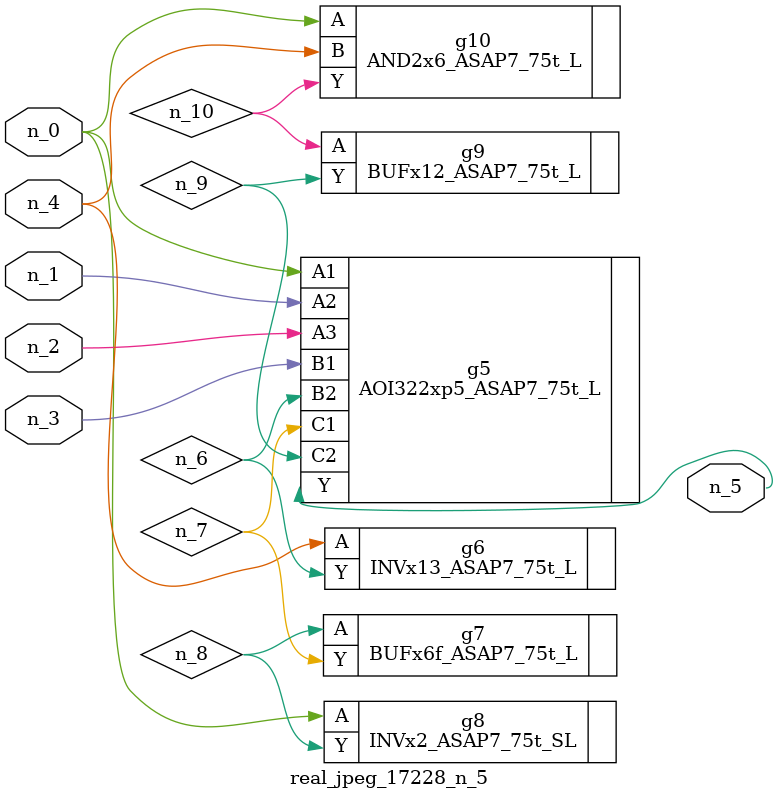
<source format=v>
module real_jpeg_17228_n_5 (n_4, n_0, n_1, n_2, n_3, n_5);

input n_4;
input n_0;
input n_1;
input n_2;
input n_3;

output n_5;

wire n_8;
wire n_6;
wire n_7;
wire n_10;
wire n_9;

AOI322xp5_ASAP7_75t_L g5 ( 
.A1(n_0),
.A2(n_1),
.A3(n_2),
.B1(n_3),
.B2(n_6),
.C1(n_7),
.C2(n_9),
.Y(n_5)
);

INVx2_ASAP7_75t_SL g8 ( 
.A(n_0),
.Y(n_8)
);

AND2x6_ASAP7_75t_L g10 ( 
.A(n_0),
.B(n_4),
.Y(n_10)
);

INVx13_ASAP7_75t_L g6 ( 
.A(n_4),
.Y(n_6)
);

BUFx6f_ASAP7_75t_L g7 ( 
.A(n_8),
.Y(n_7)
);

BUFx12_ASAP7_75t_L g9 ( 
.A(n_10),
.Y(n_9)
);


endmodule
</source>
